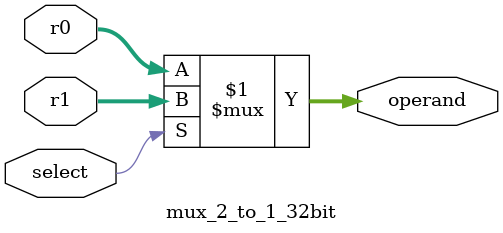
<source format=v>
`timescale 1ns / 1ps


module mux_2_to_1_32bit(
    input [31:0] r0,
    input [31:0] r1,
    input select,
    output [31:0] operand
    );
    
     assign operand = select ? r1 : r0;
     
endmodule

</source>
